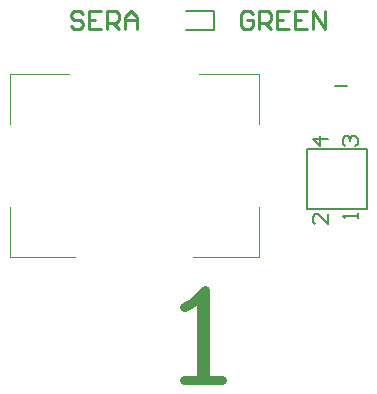
<source format=gto>
G04*
G04 #@! TF.GenerationSoftware,Altium Limited,Altium Designer,18.1.7 (191)*
G04*
G04 Layer_Color=65535*
%FSLAX23Y23*%
%MOIN*%
G70*
G01*
G75*
%ADD10C,0.008*%
%ADD11C,0.004*%
%ADD12C,0.010*%
%ADD13C,0.030*%
%ADD14C,0.008*%
D10*
X3039Y4113D02*
X3133D01*
Y4177D01*
X3039D02*
X3133D01*
X3534Y3925D02*
X3576D01*
X3440Y3515D02*
Y3715D01*
Y3515D02*
X3640D01*
X3440Y3715D02*
X3640D01*
Y3515D02*
Y3715D01*
D11*
X2451Y3355D02*
X2668D01*
X2450Y3522D02*
X2451Y3355D01*
X2450Y3798D02*
Y3965D01*
X2648D01*
X3062Y3355D02*
X3280D01*
Y3522D01*
Y3798D02*
Y3965D01*
X3082D02*
X3280D01*
D12*
X3260Y4165D02*
X3250Y4175D01*
X3230D01*
X3220Y4165D01*
Y4125D01*
X3230Y4115D01*
X3250D01*
X3260Y4125D01*
Y4145D01*
X3240D01*
X3280Y4115D02*
Y4175D01*
X3310D01*
X3320Y4165D01*
Y4145D01*
X3310Y4135D01*
X3280D01*
X3300D02*
X3320Y4115D01*
X3380Y4175D02*
X3340D01*
Y4115D01*
X3380D01*
X3340Y4145D02*
X3360D01*
X3440Y4175D02*
X3400D01*
Y4115D01*
X3440D01*
X3400Y4145D02*
X3420D01*
X3460Y4115D02*
Y4175D01*
X3500Y4115D01*
Y4175D01*
X2695Y4165D02*
X2685Y4175D01*
X2665D01*
X2655Y4165D01*
Y4155D01*
X2665Y4145D01*
X2685D01*
X2695Y4135D01*
Y4125D01*
X2685Y4115D01*
X2665D01*
X2655Y4125D01*
X2755Y4175D02*
X2715D01*
Y4115D01*
X2755D01*
X2715Y4145D02*
X2735D01*
X2775Y4115D02*
Y4175D01*
X2805D01*
X2815Y4165D01*
Y4145D01*
X2805Y4135D01*
X2775D01*
X2795D02*
X2815Y4115D01*
X2835D02*
Y4155D01*
X2855Y4175D01*
X2875Y4155D01*
Y4115D01*
Y4145D01*
X2835D01*
D13*
X3030Y3188D02*
X3059Y3202D01*
X3101Y3245D01*
Y2945D01*
X3087Y3231D02*
Y2945D01*
X3030D02*
X3159D01*
D14*
X3610Y3485D02*
Y3502D01*
Y3493D01*
X3560D01*
X3568Y3485D01*
X3510Y3498D02*
Y3465D01*
X3477Y3498D01*
X3468D01*
X3460Y3490D01*
Y3473D01*
X3468Y3465D01*
X3510Y3750D02*
X3460D01*
X3485Y3725D01*
Y3758D01*
X3568Y3725D02*
X3560Y3733D01*
Y3750D01*
X3568Y3758D01*
X3577D01*
X3585Y3750D01*
Y3742D01*
Y3750D01*
X3593Y3758D01*
X3602D01*
X3610Y3750D01*
Y3733D01*
X3602Y3725D01*
M02*

</source>
